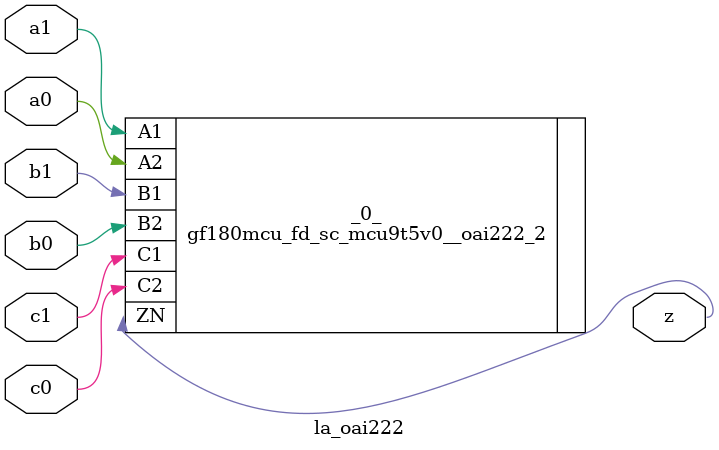
<source format=v>
/* Generated by Yosys 0.37 (git sha1 a5c7f69ed, clang 14.0.0-1ubuntu1.1 -fPIC -Os) */

module la_oai222(a0, a1, b0, b1, c0, c1, z);
  input a0;
  wire a0;
  input a1;
  wire a1;
  input b0;
  wire b0;
  input b1;
  wire b1;
  input c0;
  wire c0;
  input c1;
  wire c1;
  output z;
  wire z;
  gf180mcu_fd_sc_mcu9t5v0__oai222_2 _0_ (
    .A1(a1),
    .A2(a0),
    .B1(b1),
    .B2(b0),
    .C1(c1),
    .C2(c0),
    .ZN(z)
  );
endmodule

</source>
